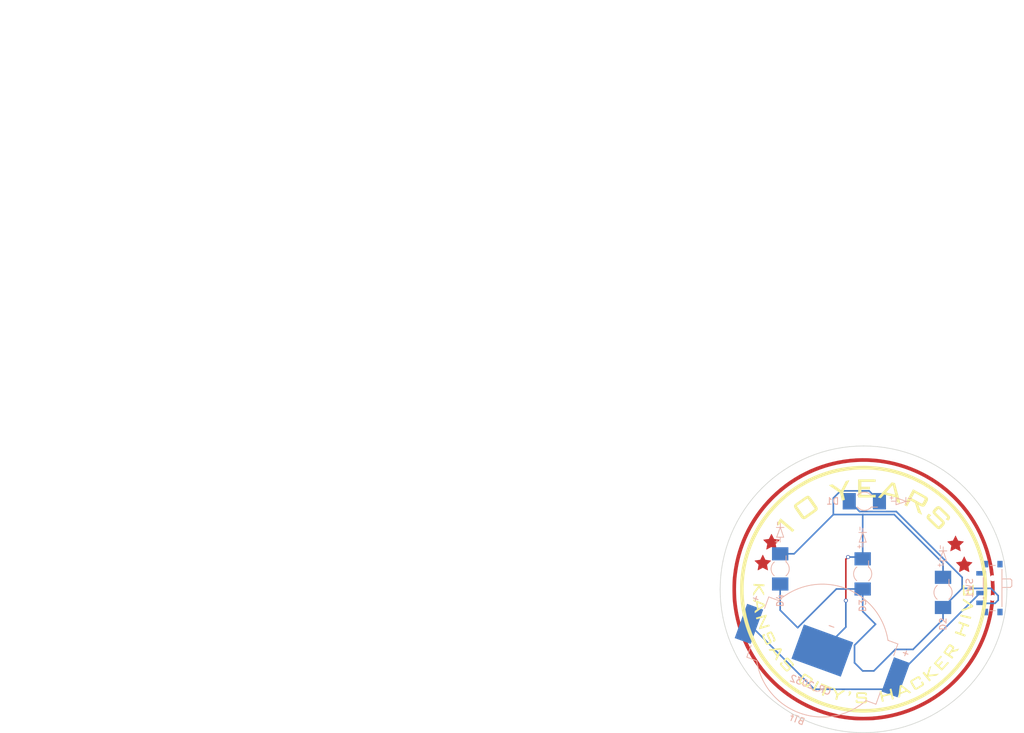
<source format=kicad_pcb>
(kicad_pcb (version 20211014) (generator pcbnew)
  (layers (0 "F.Cu" signal) (31 "B.Cu" signal) (34 "B.Paste" user) (35 "F.Paste" user) (36 "B.SilkS" user "B.Silkscreen") (37 "F.SilkS" user "F.Silkscreen") (38 "B.Mask" user) (39 "F.Mask" user) (44 "Edge.Cuts" user))
  (net 0 "")
  (net 1 "GND")
  (net 2 "Net-(BT1-Pad1)")
  (net 3 "Net-(D1-Pad2)")
  (footprint "LOGO" (layer "F.Cu") (at 16.2814 14.8336)
    (fp_text reference "G***" hide)
    (fp_text value "LOGO" hide)
  )
  (footprint "LOGO" (layer "F.Cu") (at 119.6214 77.6175)
    (fp_text reference "G***" hide)
    (fp_text value "LOGO" hide)
  )
  (footprint "BadgePirates:LED_Osram_Lx_P47F_D2mm_ReverseMount_Proper_Mask Only" (layer "F.Cu") (at 157.1752 103.6828 90)
    (fp_text reference "D2" (at -4.826 0 90) (layer "B.SilkS"))
    (fp_text value "LED")
    (pad "1" smd rect (at 2.3 0 90) (size 2 2.5) (layers "B.Cu") (net 1 "GND"))
    (pad "2" smd rect (at -2.3 0 90) (size 2 2.5) (layers "B.Cu") (net 3 "Net-(D1-Pad2)"))
  )
  (footprint "LOGO" (layer "F.Cu") (at 119.6214 77.6175)
    (fp_text reference "G***" hide)
    (fp_text value "LOGO" hide)
  )
  (footprint "LOGO" (layer "F.Cu") (at 119.6214 77.6175)
    (fp_text reference "G***" hide)
    (fp_text value "LOGO" hide)
  )
  (footprint "LOGO" (layer "F.Cu") (at 16.2814 14.8336)
    (fp_text reference "G***" hide)
    (fp_text value "LOGO" hide)
  )
  (footprint "BadgePirates:LED_Osram_Lx_P47F_D2mm_ReverseMount_Proper_Mask Only" (layer "F.Cu") (at 145.1864 89.789)
    (fp_text reference "D1" (at -4.826 0) (layer "B.SilkS") (effects (justify mirror)))
    (fp_text value "LED")
    (pad "1" smd rect (at 2.3 0) (size 2 2.5) (layers "B.Cu") (net 1 "GND"))
    (pad "2" smd rect (at -2.3 0) (size 2 2.5) (layers "B.Cu") (net 3 "Net-(D1-Pad2)"))
  )
  (footprint "BadgePirates:LED_Osram_Lx_P47F_D2mm_ReverseMount_Proper_Mask Only" (layer "F.Cu") (at 144.9324 100.8634 90)
    (fp_text reference "D3" (at -4.826 0 90) (layer "B.SilkS"))
    (fp_text value "LED")
    (pad "1" smd rect (at 2.3 0 90) (size 2 2.5) (layers "B.Cu") (net 1 "GND"))
    (pad "2" smd rect (at -2.3 0 90) (size 2 2.5) (layers "B.Cu") (net 3 "Net-(D1-Pad2)"))
  )
  (footprint "LOGO" (layer "F.Cu") (at 119.6214 77.6175)
    (fp_text reference "G***" hide)
    (fp_text value "LOGO" hide)
    (fp_poly (pts (xy 10.105244 20.338704) (xy 10.133746 20.389581) (xy 10.174436 20.467336) (xy 10.224349 20.566275) (xy 10.280522 20.680707) (xy 10.294279 20.709164) (xy 10.481474 21.097535) (xy 10.913404 21.157643) (xy 11.042906 21.17629) (xy 11.15689 21.193901) (xy 11.249163 21.209418) (xy 11.313533 21.221786) (xy 11.343808 21.229948) (xy 11.345334 21.231301) (xy 11.330891 21.249535) (xy 11.290572 21.292624) (xy 11.228887 21.355949) (xy 11.150351 21.434892) (xy 11.059474 21.524835) (xy 11.036501 21.547376) (xy 10.727669 21.849901) (xy 10.801518 22.275576) (xy 10.823476 22.404211) (xy 10.842201 22.517919) (xy 10.856711 22.610391) (xy 10.866024 22.675321) (xy 10.869157 22.706401) (xy 10.868877 22.708126) (xy 10.849107 22.700787) (xy 10.797623 22.676341) (xy 10.720056 22.637612) (xy 10.62204 22.587424) (xy 10.509208 22.528602) (xy 10.477703 22.512012) (xy 10.093018 22.309021) (xy 9.703176 22.511939) (xy 9.569553 22.580864) (xy 9.468915 22.631098) (xy 9.397161 22.664371) (xy 9.350194 22.682415) (xy 9.323915 22.686959) (xy 9.314227 22.679734) (xy 9.313916 22.676303) (xy 9.317634 22.644015) (xy 9.327629 22.57728) (xy 9.342739 22.483327) (xy 9.3618 22.369384) (xy 9.383648 22.24268) (xy 9.384248 22.239252) (xy 9.453997 21.840753) (xy 9.139232 21.537337) (xy 9.045909 21.446174) (xy 8.965204 21.365012) (xy 8.901346 21.298301) (xy 8.858567 21.250493) (xy 8.841099 21.22604) (xy 8.841359 21.22396) (xy 8.866604 21.218096) (xy 8.927191 21.207539) (xy 9.016518 21.193333) (xy 9.127982 21.176521) (xy 9.254983 21.158148) (xy 9.279758 21.154647) (xy 9.701265 21.095296) (xy 9.888983 20.707648) (xy 9.946371 20.590628) (xy 9.998169 20.487817) (xy 10.041405 20.40489) (xy 10.073103 20.347523) (xy 10.090291 20.321392) (xy 10.091892 20.320397) (xy 10.105244 20.338704)) (layer "F.Cu") (width 0.01) (fill solid))
    (fp_poly (pts (xy 11.424994 17.163233) (xy 11.453376 17.213804) (xy 11.49416 17.291195) (xy 11.544376 17.389741) (xy 11.601051 17.503777) (xy 11.614986 17.53221) (xy 11.804249 17.919421) (xy 12.215083 17.977895) (xy 12.343539 17.996454) (xy 12.458592 18.013597) (xy 12.553287 18.028247) (xy 12.620674 18.039324) (xy 12.6538 18.045752) (xy 12.654988 18.046107) (xy 12.65056 18.063535) (xy 12.616481 18.106996) (xy 12.5547 18.174354) (xy 12.467168 18.263474) (xy 12.366635 18.361823) (xy 12.049211 18.667802) (xy 12.120213 19.075859) (xy 12.142192 19.203453) (xy 12.161445 19.317659) (xy 12.176844 19.411577) (xy 12.187257 19.478306) (xy 12.191557 19.510946) (xy 12.191607 19.51208) (xy 12.173849 19.512205) (xy 12.122651 19.493309) (xy 12.041552 19.456978) (xy 11.934089 19.404799) (xy 11.803802 19.338357) (xy 11.801954 19.337396) (xy 11.411907 19.134548) (xy 11.029044 19.335691) (xy 10.912994 19.396366) (xy 10.809914 19.449702) (xy 10.725571 19.492759) (xy 10.665737 19.522599) (xy 10.63618 19.536281) (xy 10.634242 19.536834) (xy 10.629412 19.519043) (xy 10.634544 19.478625) (xy 10.642053 19.439131) (xy 10.655225 19.365997) (xy 10.67263 19.26732) (xy 10.692838 19.151197) (xy 10.710232 19.050179) (xy 10.77368 18.679942) (xy 10.462562 18.368305) (xy 10.370213 18.274995) (xy 10.289678 18.192072) (xy 10.225207 18.124041) (xy 10.181051 18.07541) (xy 10.161462 18.050686) (xy 10.161014 18.048602) (xy 10.183941 18.043385) (xy 10.242407 18.033484) (xy 10.330001 18.019887) (xy 10.440309 18.003583) (xy 10.566921 17.98556) (xy 10.597507 17.981299) (xy 11.024431 17.922062) (xy 11.211341 17.533679) (xy 11.268394 17.416456) (xy 11.319771 17.31341) (xy 11.362536 17.230227) (xy 11.39375 17.172595) (xy 11.410476 17.146202) (xy 11.411987 17.145148) (xy 11.424994 17.163233)) (layer "F.Cu") (width 0.01) (fill solid))
    (fp_poly (pts (xy 39.648038 17.769417) (xy 39.705231 17.886444) (xy 39.755959 17.990638) (xy 39.797304 18.075972) (xy 39.826349 18.136421) (xy 39.840175 18.165959) (xy 39.840816 18.16751) (xy 39.862695 18.175534) (xy 39.920214 18.188126) (xy 40.007064 18.204141) (xy 40.116937 18.222435) (xy 40.243527 18.241862) (xy 40.278963 18.247039) (xy 40.408992 18.266144) (xy 40.524095 18.283642) (xy 40.617942 18.298523) (xy 40.684201 18.309776) (xy 40.716543 18.316391) (xy 40.718625 18.317236) (xy 40.706427 18.333498) (xy 40.667913 18.374505) (xy 40.607456 18.435842) (xy 40.529426 18.513091) (xy 40.438196 18.601839) (xy 40.409201 18.629762) (xy 40.092015 18.934526) (xy 40.164386 19.346805) (xy 40.190175 19.49369) (xy 40.2094 19.604065) (xy 40.222728 19.683133) (xy 40.230827 19.736096) (xy 40.234364 19.768155) (xy 40.234005 19.784512) (xy 40.230418 19.790369) (xy 40.22427 19.790928) (xy 40.221331 19.790834) (xy 40.198294 19.781408) (xy 40.143908 19.755156) (xy 40.064209 19.715112) (xy 39.965232 19.664314) (xy 39.853012 19.605796) (xy 39.842619 19.600334) (xy 39.729031 19.541191) (xy 39.627632 19.489526) (xy 39.544588 19.448389) (xy 39.486064 19.42083) (xy 39.458228 19.409898) (xy 39.457505 19.409834) (xy 39.432415 19.419266) (xy 39.37611 19.445539) (xy 39.294754 19.485611) (xy 39.194506 19.536444) (xy 39.08153 19.594997) (xy 39.071345 19.600334) (xy 38.935112 19.671365) (xy 38.832067 19.724004) (xy 38.758221 19.7601) (xy 38.709581 19.781503) (xy 38.682156 19.790061) (xy 38.671954 19.787624) (xy 38.671627 19.785542) (xy 38.675176 19.764079) (xy 38.685011 19.707228) (xy 38.700031 19.621282) (xy 38.719134 19.512538) (xy 38.741221 19.387289) (xy 38.746588 19.356917) (xy 38.821422 18.933584) (xy 38.508355 18.633704) (xy 38.41493 18.542942) (xy 38.333981 18.46185) (xy 38.269827 18.394962) (xy 38.226786 18.346807) (xy 38.209174 18.321918) (xy 38.209289 18.319822) (xy 38.233638 18.312639) (xy 38.293339 18.300803) (xy 38.381806 18.285449) (xy 38.492457 18.26771) (xy 38.618706 18.248722) (xy 38.63975 18.245667) (xy 38.767226 18.226964) (xy 38.879574 18.209928) (xy 38.97037 18.195577) (xy 39.03319 18.184932) (xy 39.061611 18.179013) (xy 39.062561 18.178548) (xy 39.073526 18.158386) (xy 39.10051 18.106061) (xy 39.140613 18.027282) (xy 39.190931 17.927755) (xy 39.248563 17.813188) (xy 39.26521 17.78) (xy 39.461508 17.388417) (xy 39.648038 17.769417)) (layer "F.Cu") (width 0.01) (fill solid))
    (fp_poly (pts (xy 40.977144 20.959378) (xy 41.041905 21.092007) (xy 41.091592 21.191422) (xy 41.129392 21.262601) (xy 41.158493 21.310522) (xy 41.182083 21.340162) (xy 41.203349 21.356499) (xy 41.225481 21.364512) (xy 41.2382 21.367008) (xy 41.281745 21.373972) (xy 41.358558 21.385805) (xy 41.460025 21.401198) (xy 41.577533 21.418844) (xy 41.665321 21.431923) (xy 41.783186 21.449728) (xy 41.885514 21.465762) (xy 41.965366 21.478891) (xy 42.0158 21.487979) (xy 42.030297 21.491574) (xy 42.017937 21.507678) (xy 41.979744 21.548989) (xy 41.920051 21.611018) (xy 41.843195 21.689277) (xy 41.753509 21.779276) (xy 41.727019 21.80564) (xy 41.417336 22.113301) (xy 41.490546 22.539567) (xy 41.511689 22.667715) (xy 41.528633 22.780443) (xy 41.540588 22.871589) (xy 41.546764 22.934989) (xy 41.546374 22.96448) (xy 41.54512 22.965834) (xy 41.521395 22.956417) (xy 41.466352 22.930188) (xy 41.386065 22.890177) (xy 41.286609 22.839418) (xy 41.17406 22.780941) (xy 41.163364 22.775334) (xy 41.049839 22.716289) (xy 40.948764 22.66469) (xy 40.866236 22.623572) (xy 40.808353 22.595968) (xy 40.781214 22.584913) (xy 40.780489 22.584834) (xy 40.756396 22.594212) (xy 40.700954 22.620339) (xy 40.620253 22.660202) (xy 40.520382 22.710789) (xy 40.407431 22.769086) (xy 40.39544 22.775334) (xy 40.282038 22.83415) (xy 40.181674 22.885594) (xy 40.100291 22.926667) (xy 40.043834 22.954373) (xy 40.018249 22.965714) (xy 40.017573 22.965834) (xy 40.005612 22.948952) (xy 40.004616 22.939375) (xy 40.007925 22.911015) (xy 40.017362 22.847917) (xy 40.031819 22.757053) (xy 40.050185 22.645394) (xy 40.07135 22.519912) (xy 40.072176 22.515073) (xy 40.14012 22.117229) (xy 39.824116 21.800698) (xy 39.731343 21.707175) (xy 39.650576 21.624611) (xy 39.585961 21.557338) (xy 39.541642 21.50969) (xy 39.521761 21.485998) (xy 39.521357 21.484167) (xy 39.548427 21.481249) (xy 39.609247 21.473272) (xy 39.695692 21.461404) (xy 39.799639 21.44681) (xy 39.912964 21.430658) (xy 40.027542 21.414114) (xy 40.135251 21.398345) (xy 40.227966 21.384517) (xy 40.297563 21.373797) (xy 40.335918 21.367351) (xy 40.338481 21.366824) (xy 40.359269 21.355125) (xy 40.385291 21.325611) (xy 40.419095 21.274081) (xy 40.46323 21.196335) (xy 40.520244 21.088175) (xy 40.585425 20.959862) (xy 40.784639 20.563417) (xy 40.977144 20.959378)) (layer "F.Cu") (width 0.01) (fill solid))
    (fp_poly (pts (xy 26.102171 5.626179) (xy 27.005436 5.678051) (xy 27.52725 5.727196) (xy 28.440109 5.846547) (xy 29.342305 6.006373) (xy 30.232664 6.206042) (xy 31.110012 6.444921) (xy 31.973176 6.722377) (xy 32.820981 7.037776) (xy 33.652254 7.390487) (xy 34.465821 7.779876) (xy 35.260509 8.20531) (xy 36.035143 8.666157) (xy 36.788549 9.161783) (xy 37.519554 9.691555) (xy 38.226985 10.254841) (xy 38.909666 10.851008) (xy 39.566424 11.479422) (xy 40.196087 12.139451) (xy 40.797478 12.830462) (xy 40.87488 12.92419) (xy 41.440611 13.646762) (xy 41.971876 14.393543) (xy 42.467957 15.163192) (xy 42.928138 15.954363) (xy 43.351704 16.765715) (xy 43.737938 17.595904) (xy 44.086123 18.443586) (xy 44.395544 19.307419) (xy 44.567491 19.850144) (xy 44.812287 20.73565) (xy 45.015628 21.628428) (xy 45.177497 22.527154) (xy 45.297878 23.430503) (xy 45.376754 24.337153) (xy 45.414109 25.245779) (xy 45.409927 26.155057) (xy 45.36419 27.063664) (xy 45.276884 27.970276) (xy 45.147991 28.873568) (xy 44.977495 29.772218) (xy 44.76538 30.664901) (xy 44.704264 30.89275) (xy 44.441971 31.769055) (xy 44.141256 32.6286) (xy 43.803014 33.470318) (xy 43.428137 34.293143) (xy 43.017522 35.096009) (xy 42.572063 35.877849) (xy 42.092653 36.637598) (xy 41.580187 37.374187) (xy 41.035561 38.086552) (xy 40.459667 38.773625) (xy 39.853402 39.434341) (xy 39.217659 40.067633) (xy 38.553332 40.672434) (xy 37.861317 41.247679) (xy 37.142507 41.7923) (xy 36.397797 42.305232) (xy 35.628082 42.785407) (xy 34.834256 43.231761) (xy 34.017214 43.643225) (xy 34.00425 43.64938) (xy 33.178095 44.019165) (xy 32.341949 44.349257) (xy 31.494283 44.640061) (xy 30.633566 44.891981) (xy 29.75827 45.105421) (xy 28.866863 45.280787) (xy 27.957818 45.418484) (xy 27.029603 45.518914) (xy 26.89225 45.530495) (xy 26.795034 45.536512) (xy 26.661301 45.542009) (xy 26.496865 45.546943) (xy 26.307541 45.551272) (xy 26.099142 45.554954) (xy 25.877482 45.557947) (xy 25.648376 45.560208) (xy 25.417637 45.561695) (xy 25.191079 45.562366) (xy 24.974516 45.562179) (xy 24.773762 45.561091) (xy 24.594632 45.55906) (xy 24.442939 45.556045) (xy 24.324497 45.552001) (xy 24.278167 45.549491) (xy 23.38133 45.473495) (xy 22.506132 45.363149) (xy 21.648233 45.217525) (xy 20.803292 45.035696) (xy 19.966968 44.816735) (xy 19.13492 44.559716) (xy 18.362084 44.28607) (xy 17.546129 43.957597) (xy 16.740508 43.589488) (xy 15.948341 43.183676) (xy 15.172746 42.742094) (xy 14.416845 42.266674) (xy 13.683755 41.759349) (xy 12.976597 41.222053) (xy 12.298491 40.656718) (xy 11.847245 40.249508) (xy 11.723645 40.132311) (xy 11.580937 39.993753) (xy 11.425357 39.840153) (xy 11.263142 39.677826) (xy 11.100528 39.51309) (xy 10.943751 39.352261) (xy 10.799046 39.201658) (xy 10.672649 39.067597) (xy 10.571564 38.95725) (xy 9.973562 38.25868) (xy 9.409931 37.536059) (xy 8.881254 36.790639) (xy 8.388115 36.023674) (xy 7.931098 35.236416) (xy 7.510787 34.430117) (xy 7.127766 33.606028) (xy 6.782618 32.765404) (xy 6.475928 31.909495) (xy 6.208279 31.039555) (xy 5.980255 30.156835) (xy 5.792441 29.262589) (xy 5.652097 28.405667) (xy 5.612318 28.116094) (xy 5.578569 27.849651) (xy 5.550399 27.599327) (xy 5.52736 27.358111) (xy 5.509002 27.11899) (xy 5.494875 26.874954) (xy 5.484529 26.618991) (xy 5.477516 26.344089) (xy 5.473385 26.043237) (xy 5.471687 25.709423) (xy 5.471638 25.651711) (xy 6.007654 25.651711) (xy 6.019248 26.28822) (xy 6.04976 26.917772) (xy 6.087004 27.40025) (xy 6.187955 28.280183) (xy 6.330536 29.156293) (xy 6.514083 30.026555) (xy 6.737932 30.888944) (xy 7.001419 31.741437) (xy 7.303879 32.582007) (xy 7.644648 33.408632) (xy 8.023062 34.219286) (xy 8.438456 35.011944) (xy 8.777834 35.600013) (xy 9.233384 36.323208) (xy 9.713913 37.017246) (xy 10.222661 37.686177) (xy 10.762867 38.33405) (xy 11.33777 38.964914) (xy 11.950608 39.582819) (xy 12.006725 39.636963) (xy 12.664688 40.240393) (xy 13.348801 40.81117) (xy 14.057547 41.34866) (xy 14.789412 41.852227) (xy 15.542878 42.321237) (xy 16.31643 42.755057) (xy 17.108551 43.153051) (xy 17.917726 43.514586) (xy 18.742439 43.839028) (xy 19.581174 44.125741) (xy 20.432414 44.374091) (xy 21.294644 44.583445) (xy 22.166348 44.753168) (xy 23.046009 44.882625) (xy 23.932113 44.971183) (xy 24.823141 45.018206) (xy 24.870834 45.019537) (xy 25.026529 45.023311) (xy 25.17601 45.026243) (xy 25.311595 45.028235) (xy 25.425605 45.02919) (xy 25.510358 45.02901) (xy 25.548167 45.028157) (xy 25.611479 45.025895) (xy 25.708282 45.022926) (xy 25.829746 45.019497) (xy 25.96704 45.015855) (xy 26.111331 45.012249) (xy 26.140834 45.01154) (xy 26.730311 44.985723) (xy 27.343198 44.936395) (xy 27.968453 44.864645) (xy 28.595033 44.771565) (xy 28.627917 44.766083) (xy 29.517885 44.595646) (xy 30.395226 44.385191) (xy 31.258762 44.135421) (xy 32.107313 43.84704) (xy 32.9397 43.520754) (xy 33.754745 43.157266) (xy 34.551267 42.75728) (xy 35.328089 42.321501) (xy 36.08403 41.850634) (xy 36.817913 41.345382) (xy 37.528557 40.806449) (xy 38.214785 40.234541) (xy 38.875416 39.630361) (xy 39.509272 38.994614) (xy 40.115174 38.328003) (xy 40.691942 37.631234) (xy 40.797166 37.49675) (xy 41.328842 36.776719) (xy 41.82768 36.030731) (xy 42.292464 35.260975) (xy 42.721975 34.469641) (xy 43.114998 33.65892) (xy 43.470313 32.831001) (xy 43.652844 32.359388) (xy 43.946704 31.509181) (xy 44.200317 30.64695) (xy 44.413482 29.774387) (xy 44.586001 28.893183) (xy 44.717674 28.005029) (xy 44.808304 27.111618) (xy 44.857692 26.214641) (xy 44.865638 25.31579) (xy 44.831944 24.416756) (xy 44.756411 23.51923) (xy 44.7244 23.241) (xy 44.594257 22.350531) (xy 44.423024 21.467393) (xy 44.211333 20.593487) (xy 43.959817 19.73072) (xy 43.669108 18.880994) (xy 43.339838 18.046213) (xy 42.972639 17.228282) (xy 42.568143 16.429104) (xy 42.304206 15.953108) (xy 41.835816 15.178149) (xy 41.33505 14.429694) (xy 40.803036 13.708491) (xy 40.240903 13.015292) (xy 39.649779 12.350847) (xy 39.030794 11.715906) (xy 38.385075 11.111219) (xy 37.713753 10.537536) (xy 37.017955 9.995607) (xy 36.298811 9.486183) (xy 35.55745 9.010014) (xy 34.794999 8.56785) (xy 34.012589 8.160442) (xy 33.211348 7.788538) (xy 32.392404 7.45289) (xy 31.556886 7.154248) (xy 30.705924 6.893362) (xy 29.840646 6.670983) (xy 28.962181 6.487859) (xy 28.071658 6.344742) (xy 27.791834 6.308434) (xy 26.891086 6.219206) (xy 25.991726 6.172273) (xy 25.093431 6.167641) (xy 24.195876 6.205318) (xy 23.29874 6.285311) (xy 22.401699 6.407627) (xy 22.235584 6.434921) (xy 21.342371 6.606814) (xy 20.462079 6.818746) (xy 19.595805 7.070146) (xy 18.744643 7.360442) (xy 17.90969 7.689064) (xy 17.092042 8.055442) (xy 16.292793 8.459003) (xy 15.51304 8.899177) (xy 14.753878 9.375393) (xy 14.016402 9.88708) (xy 13.30171 10.433667) (xy 12.610895 11.014584) (xy 11.945054 11.629258) (xy 11.588164 11.983262) (xy 10.96527 12.646945) (xy 10.376619 13.335118) (xy 9.822709 14.046706) (xy 9.304042 14.780635) (xy 8.821116 15.535831) (xy 8.374432 16.311217) (xy 7.964489 17.105721) (xy 7.591788 17.918267) (xy 7.256827 18.74778) (xy 6.960108 19.593186) (xy 6.702129 20.45341) (xy 6.483391 21.327378) (xy 6.304393 22.214015) (xy 6.165635 23.112246) (xy 6.086395 23.8125) (xy 6.041225 24.402645) (xy 6.014979 25.01945) (xy 6.007654 25.651711) (xy 5.471638 25.651711) (xy 5.471584 25.5905) (xy 5.471914 25.309975) (xy 5.473114 25.065334) (xy 5.475493 24.85013) (xy 5.479363 24.657918) (xy 5.485036 24.48225) (xy 5.492822 24.316682) (xy 5.503033 24.154767) (xy 5.51598 23.990059) (xy 5.531974 23.816111) (xy 5.551326 23.626479) (xy 5.574347 23.414715) (xy 5.578366 23.378584) (xy 5.700876 22.468438) (xy 5.863899 21.569333) (xy 6.066795 20.68239) (xy 6.308922 19.808731) (xy 6.589638 18.949478) (xy 6.908303 18.105754) (xy 7.264274 17.278679) (xy 7.65691 16.469376) (xy 8.08557 15.678968) (xy 8.549613 14.908575) (xy 9.048397 14.159321) (xy 9.58128 13.432327) (xy 10.147622 12.728715) (xy 10.746781 12.049608) (xy 11.378115 11.396126) (xy 12.040983 10.769393) (xy 12.734744 10.17053) (xy 13.451417 9.606174) (xy 14.188871 9.07804) (xy 14.948086 8.585622) (xy 15.727532 8.129341) (xy 16.525679 7.709621) (xy 17.340999 7.326882) (xy 18.171962 6.981545) (xy 19.017038 6.674032) (xy 19.874697 6.404765) (xy 20.74341 6.174165) (xy 21.621648 5.982654) (xy 22.507881 5.830653) (xy 23.400579 5.718583) (xy 24.298213 5.646867) (xy 25.199254 5.615925) (xy 26.102171 5.626179)) (layer "F.Cu") (width 0.01) (fill solid))
  )
  (footprint "LOGO" (layer "F.Cu") (at 16.2814 14.8336)
    (fp_text reference "G***" hide)
    (fp_text value "LOGO" hide)
  )
  (footprint "BadgePirates:LED_Osram_Lx_P47F_D2mm_ReverseMount_Proper_Mask Only" (layer "F.Cu") (at 132.3594 100.1014 90)
    (fp_text reference "D4" (at -4.826 0 90) (layer "B.SilkS"))
    (fp_text value "LED")
    (pad "1" smd rect (at 2.3 0 90) (size 2 2.5) (layers "B.Cu") (net 1 "GND"))
    (pad "2" smd rect (at -2.3 0 90) (size 2 2.5) (layers "B.Cu") (net 3 "Net-(D1-Pad2)"))
  )
  (footprint "BadgePirates:SW_SPDT_PCM12" (layer "B.Cu") (at 164.4218 103.0224 -90)
    (fp_text reference "SW1" (at 0 3.2 90) (layer "B.SilkS") (effects (justify mirror)))
    (fp_text value "SW_SPDT")
    (pad "" smd rect locked (at -3.65 -1.43 270) (size 1 0.8) (layers "B.Cu" "B.Paste" "B.Mask"))
    (pad "" smd rect locked (at -3.65 0.78 270) (size 1 0.8) (layers "B.Cu" "B.Paste" "B.Mask"))
    (pad "" smd rect locked (at 3.65 0.78 270) (size 1 0.8) (layers "B.Cu" "B.Paste" "B.Mask"))
    (pad "" np_thru_hole circle locked (at -1.5 -0.33 270) (size 0.9 0.9) (drill 0.9) (layers *.Cu *.Mask))
    (pad "" np_thru_hole circle locked (at 1.5 -0.33 270) (size 0.9 0.9) (drill 0.9) (layers *.Cu *.Mask))
    (pad "" smd rect locked (at 3.65 -1.43 270) (size 1 0.8) (layers "B.Cu" "B.Paste" "B.Mask"))
    (pad "1" smd rect locked (at -2.25 1.43 270) (size 0.7 1.5) (layers "B.Cu" "B.Paste" "B.Mask"))
    (pad "2" smd rect locked (at 0.75 1.43 270) (size 0.7 1.5) (layers "B.Cu" "B.Paste" "B.Mask") (net 2 "Net-(BT1-Pad1)"))
    (pad "3" smd rect locked (at 2.25 1.43 270) (size 0.7 1.5) (layers "B.Cu" "B.Paste" "B.Mask") (net 3 "Net-(D1-Pad2)"))
  )
  (footprint "BadgePirates:BatteryHolder_MPD_BC2003_1x2032" (layer "B.Cu") (at 138.7856 112.5474 -20)
    (fp_text reference "BTf" (at 0 11.2 160) (layer "B.SilkS") (effects (justify mirror)))
    (fp_text value "Battery_Cell")
    (fp_text user "CR_2032" (at 0.1016 5.5626 160) (layer "B.SilkS") (effects (justify mirror)))
    (fp_text user "+" (at 12.065 -4.0132 160) (layer "B.SilkS") (effects (justify mirror)))
    (fp_text user "-" (at 0.0508 -4.0132 160) (layer "B.SilkS") (effects (justify mirror)))
    (fp_text user "+" (at -12.2428 -4.0132 160) (layer "B.SilkS") (effects (justify mirror)))
    (pad "1" smd rect locked (at -11.905 0 340) (size 2.6 5.56) (layers "B.Cu" "B.Paste" "B.Mask") (net 2 "Net-(BT1-Pad1)"))
    (pad "1" smd rect locked (at 11.905 0 340) (size 2.6 5.56) (layers "B.Cu" "B.Paste" "B.Mask") (net 2 "Net-(BT1-Pad1)"))
    (pad "2" smd rect locked (at 0 0 340) (size 8 5.56) (layers "B.Cu" "B.Paste" "B.Mask") (net 1 "GND"))
  )
  (gr_line (start 137.6932 123.7842) (end 136.6989 123.4005) (layer "Edge.Cuts") (width 0.1))
  (gr_line (start 123.6365 98.9352) (end 123.8717 97.8921) (layer "Edge.Cuts") (width 0.1))
  (gr_line (start 131.2139 86.3182) (end 132.0619 85.6576) (layer "Edge.Cuts") (width 0.1))
  (gr_line (start 124.4921 110.5831) (end 124.1572 109.5708) (layer "Edge.Cuts") (width 0.1))
  (gr_line (start 146.1425 125.0366) (end 145.0592 125.0634) (layer "Edge.Cuts") (width 0.1))
  (gr_line (start 161.9581 89.3718) (end 162.6187 90.2199) (layer "Edge.Cuts") (width 0.1))
  (gr_line (start 153.4194 123.4005) (end 152.4252 123.7842) (layer "Edge.Cuts") (width 0.1))
  (gr_line (start 123.2397 102.1338) (end 123.3198 101.0579) (layer "Edge.Cuts") (width 0.1))
  (gr_line (start 139.7341 82.0297) (end 140.7773 81.7944) (layer "Edge.Cuts") (width 0.1))
  (gr_line (start 126.8833 91.0968) (end 127.4996 90.2199) (layer "Edge.Cuts") (width 0.1))
  (gr_line (start 150.3842 82.0297) (end 151.4128 82.3151) (layer "Edge.Cuts") (width 0.1))
  (gr_line (start 165.2425 111.5773) (end 164.8108 112.5517) (layer "Edge.Cuts") (width 0.1))
  (gr_line (start 166.2466 97.8921) (end 166.4818 98.9352) (layer "Edge.Cuts") (width 0.1))
  (gr_line (start 146.1425 81.3976) (end 147.2184 81.4777) (layer "Edge.Cuts") (width 0.1))
  (gr_line (start 166.9055 103.2171) (end 166.9055 103.2171) (layer "Edge.Cuts") (width 0.1))
  (gr_line (start 149.3411 124.6398) (end 148.2852 124.824) (layer "Edge.Cuts") (width 0.1))
  (gr_line (start 147.2184 124.9565) (end 146.1425 125.0366) (layer "Edge.Cuts") (width 0.1))
  (gr_line (start 152.4252 123.7842) (end 151.4128 124.1191) (layer "Edge.Cuts") (width 0.1))
  (gr_line (start 128.8645 88.5544) (end 129.6115 87.7694) (layer "Edge.Cuts") (width 0.1))
  (gr_line (start 166.4818 107.499) (end 166.2466 108.5421) (layer "Edge.Cuts") (width 0.1))
  (gr_line (start 156.2756 121.9643) (end 155.3464 122.4898) (layer "Edge.Cuts") (width 0.1))
  (gr_line (start 140.7773 124.6398) (end 139.7341 124.4045) (layer "Edge.Cuts") (width 0.1))
  (gr_line (start 124.4921 95.8511) (end 124.8758 94.8569) (layer "Edge.Cuts") (width 0.1))
  (gr_line (start 165.6262 95.8511) (end 165.9612 96.8634) (layer "Edge.Cuts") (width 0.1))
  (gr_line (start 166.9055 103.2171) (end 166.9055 103.2171) (layer "Edge.Cuts") (width 0.1))
  (gr_line (start 161.2539 88.5544) (end 161.9581 89.3718) (layer "Edge.Cuts") (width 0.1))
  (gr_line (start 123.4523 99.9911) (end 123.6365 98.9352) (layer "Edge.Cuts") (width 0.1))
  (gr_line (start 130.3965 119.4118) (end 129.6115 118.6648) (layer "Edge.Cuts") (width 0.1))
  (gr_line (start 123.3198 101.0579) (end 123.4523 99.9911) (layer "Edge.Cuts") (width 0.1))
  (gr_line (start 165.9612 109.5708) (end 165.6262 110.5831) (layer "Edge.Cuts") (width 0.1))
  (gr_line (start 148.2852 124.824) (end 147.2184 124.9565) (layer "Edge.Cuts") (width 0.1))
  (gr_line (start 151.4128 124.1191) (end 150.3842 124.4045) (layer "Edge.Cuts") (width 0.1))
  (gr_line (start 148.2852 81.6102) (end 149.3411 81.7944) (layer "Edge.Cuts") (width 0.1))
  (gr_line (start 126.8833 115.3374) (end 126.312 114.4335) (layer "Edge.Cuts") (width 0.1))
  (gr_line (start 151.4128 82.3151) (end 152.4252 82.65) (layer "Edge.Cuts") (width 0.1))
  (gr_line (start 162.6187 116.2143) (end 161.9581 117.0624) (layer "Edge.Cuts") (width 0.1))
  (gr_line (start 153.4194 83.0337) (end 154.3937 83.4655) (layer "Edge.Cuts") (width 0.1))
  (gr_line (start 154.3937 122.9688) (end 153.4194 123.4005) (layer "Edge.Cuts") (width 0.1))
  (gr_line (start 124.8758 111.5773) (end 124.4921 110.5831) (layer "Edge.Cuts") (width 0.1))
  (gr_line (start 127.4996 116.2143) (end 126.8833 115.3374) (layer "Edge.Cuts") (width 0.1))
  (gr_line (start 145.0592 125.0634) (end 143.9759 125.0366) (layer "Edge.Cuts") (width 0.1))
  (gr_line (start 137.6932 82.65) (end 138.7055 82.3151) (layer "Edge.Cuts") (width 0.1))
  (gr_line (start 132.0619 120.7766) (end 131.2139 120.116) (layer "Edge.Cuts") (width 0.1))
  (gr_line (start 154.3937 83.4655) (end 155.3464 83.9444) (layer "Edge.Cuts") (width 0.1))
  (gr_line (start 145.0592 81.3708) (end 146.1425 81.3976) (layer "Edge.Cuts") (width 0.1))
  (gr_line (start 123.2397 104.3004) (end 123.2129 103.2171) (layer "Edge.Cuts") (width 0.1))
  (gr_line (start 152.4252 82.65) (end 153.4194 83.0337) (layer "Edge.Cuts") (width 0.1))
  (gr_line (start 127.4996 90.2199) (end 128.1603 89.3718) (layer "Edge.Cuts") (width 0.1))
  (gr_line (start 133.8428 84.4699) (end 134.7719 83.9444) (layer "Edge.Cuts") (width 0.1))
  (gr_line (start 141.8331 124.824) (end 140.7773 124.6398) (layer "Edge.Cuts") (width 0.1))
  (gr_line (start 149.3411 81.7944) (end 150.3842 82.0297) (layer "Edge.Cuts") (width 0.1))
  (gr_line (start 123.2129 103.2171) (end 123.2397 102.1338) (layer "Edge.Cuts") (width 0.1))
  (gr_line (start 161.2539 117.8798) (end 160.5068 118.6648) (layer "Edge.Cuts") (width 0.1))
  (gr_line (start 132.0619 85.6576) (end 132.9388 85.0412) (layer "Edge.Cuts") (width 0.1))
  (gr_line (start 166.7986 101.0579) (end 166.8786 102.1338) (layer "Edge.Cuts") (width 0.1))
  (gr_line (start 163.235 115.3374) (end 162.6187 116.2143) (layer "Edge.Cuts") (width 0.1))
  (gr_line (start 129.6115 87.7694) (end 130.3965 87.0224) (layer "Edge.Cuts") (width 0.1))
  (gr_line (start 132.9388 121.393) (end 132.0619 120.7766) (layer "Edge.Cuts") (width 0.1))
  (gr_line (start 157.1795 121.393) (end 156.2756 121.9643) (layer "Edge.Cuts") (width 0.1))
  (gr_line (start 139.7341 124.4045) (end 138.7055 124.1191) (layer "Edge.Cuts") (width 0.1))
  (gr_line (start 135.7246 122.9688) (end 134.7719 122.4898) (layer "Edge.Cuts") (width 0.1))
  (gr_line (start 157.1795 85.0412) (end 158.0564 85.6576) (layer "Edge.Cuts") (width 0.1))
  (gr_line (start 166.8786 104.3004) (end 166.7986 105.3763) (layer "Edge.Cuts") (width 0.1))
  (gr_line (start 138.7055 124.1191) (end 137.6932 123.7842) (layer "Edge.Cuts") (width 0.1))
  (gr_line (start 163.235 91.0968) (end 163.8063 92.0007) (layer "Edge.Cuts") (width 0.1))
  (gr_line (start 135.7246 83.4655) (end 136.6989 83.0337) (layer "Edge.Cuts") (width 0.1))
  (gr_line (start 158.0564 120.7766) (end 157.1795 121.393) (layer "Edge.Cuts") (width 0.1))
  (gr_line (start 160.5068 87.7694) (end 161.2539 88.5544) (layer "Edge.Cuts") (width 0.1))
  (gr_line (start 159.7218 119.4118) (end 158.9044 120.116) (layer "Edge.Cuts") (width 0.1))
  (gr_line (start 161.9581 117.0624) (end 161.2539 117.8798) (layer "Edge.Cuts") (width 0.1))
  (gr_line (start 125.3075 112.5517) (end 124.8758 111.5773) (layer "Edge.Cuts") (width 0.1))
  (gr_line (start 123.6365 107.499) (end 123.4523 106.4431) (layer "Edge.Cuts") (width 0.1))
  (gr_line (start 166.9055 103.2171) (end 166.8786 104.3004) (layer "Edge.Cuts") (width 0.1))
  (gr_line (start 125.7865 92.9299) (end 126.312 92.0007) (layer "Edge.Cuts") (width 0.1))
  (gr_line (start 125.7865 113.5043) (end 125.3075 112.5517) (layer "Edge.Cuts") (width 0.1))
  (gr_line (start 165.9612 96.8634) (end 166.2466 97.8921) (layer "Edge.Cuts") (width 0.1))
  (gr_line (start 159.7218 87.0224) (end 160.5068 87.7694) (layer "Edge.Cuts") (width 0.1))
  (gr_line (start 123.4523 106.4431) (end 123.3198 105.3763) (layer "Edge.Cuts") (width 0.1))
  (gr_line (start 156.2756 84.4699) (end 157.1795 85.0412) (layer "Edge.Cuts") (width 0.1))
  (gr_line (start 143.9759 125.0366) (end 142.8999 124.9565) (layer "Edge.Cuts") (width 0.1))
  (gr_line (start 124.8758 94.8569) (end 125.3075 93.8825) (layer "Edge.Cuts") (width 0.1))
  (gr_line (start 136.6989 123.4005) (end 135.7246 122.9688) (layer "Edge.Cuts") (width 0.1))
  (gr_line (start 136.6989 83.0337) (end 137.6932 82.65) (layer "Edge.Cuts") (width 0.1))
  (gr_line (start 164.8108 112.5517) (end 164.3318 113.5043) (layer "Edge.Cuts") (width 0.1))
  (gr_line (start 160.5068 118.6648) (end 159.7218 119.4118) (layer "Edge.Cuts") (width 0.1))
  (gr_line (start 129.6115 118.6648) (end 128.8645 117.8798) (layer "Edge.Cuts") (width 0.1))
  (gr_line (start 164.3318 113.5043) (end 163.8063 114.4335) (layer "Edge.Cuts") (width 0.1))
  (gr_line (start 165.6262 110.5831) (end 165.2425 111.5773) (layer "Edge.Cuts") (width 0.1))
  (gr_line (start 147.2184 81.4777) (end 148.2852 81.6102) (layer "Edge.Cuts") (width 0.1))
  (gr_line (start 162.6187 90.2199) (end 163.235 91.0968) (layer "Edge.Cuts") (width 0.1))
  (gr_line (start 164.8108 93.8825) (end 165.2425 94.8569) (layer "Edge.Cuts") (width 0.1))
  (gr_line (start 166.2466 108.5421) (end 165.9612 109.5708) (layer "Edge.Cuts") (width 0.1))
  (gr_line (start 142.8999 124.9565) (end 141.8331 124.824) (layer "Edge.Cuts") (width 0.1))
  (gr_line (start 155.3464 83.9444) (end 156.2756 84.4699) (layer "Edge.Cuts") (width 0.1))
  (gr_line (start 131.2139 120.116) (end 130.3965 119.4118) (layer "Edge.Cuts") (width 0.1))
  (gr_line (start 126.312 114.4335) (end 125.7865 113.5043) (layer "Edge.Cuts") (width 0.1))
  (gr_line (start 166.8786 102.1338) (end 166.9055 103.2171) (layer "Edge.Cuts") (width 0.1))
  (gr_line (start 164.3318 92.9299) (end 164.8108 93.8825) (layer "Edge.Cuts") (width 0.1))
  (gr_line (start 124.1572 96.8634) (end 124.4921 95.8511) (layer "Edge.Cuts") (width 0.1))
  (gr_line (start 141.8331 81.6102) (end 142.8999 81.4777) (layer "Edge.Cuts") (width 0.1))
  (gr_line (start 158.9044 86.3182) (end 159.7218 87.0224) (layer "Edge.Cuts") (width 0.1))
  (gr_line (start 150.3842 124.4045) (end 149.3411 124.6398) (layer "Edge.Cuts") (width 0.1))
  (gr_line (start 166.6661 99.9911) (end 166.7986 101.0579) (layer "Edge.Cuts") (width 0.1))
  (gr_line (start 158.9044 120.116) (end 158.0564 120.7766) (layer "Edge.Cuts") (width 0.1))
  (gr_line (start 132.9388 85.0412) (end 133.8428 84.4699) (layer "Edge.Cuts") (width 0.1))
  (gr_line (start 123.8717 108.5421) (end 123.6365 107.499) (layer "Edge.Cuts") (width 0.1))
  (gr_line (start 133.8428 121.9643) (end 132.9388 121.393) (layer "Edge.Cuts") (width 0.1))
  (gr_line (start 128.8645 117.8798) (end 128.1603 117.0624) (layer "Edge.Cuts") (width 0.1))
  (gr_line (start 140.7773 81.7944) (end 141.8331 81.6102) (layer "Edge.Cuts") (width 0.1))
  (gr_line (start 155.3464 122.4898) (end 154.3937 122.9688) (layer "Edge.Cuts") (width 0.1))
  (gr_line (start 158.0564 85.6576) (end 158.9044 86.3182) (layer "Edge.Cuts") (width 0.1))
  (gr_line (start 130.3965 87.0224) (end 131.2139 86.3182) (layer "Edge.Cuts") (width 0.1))
  (gr_line (start 124.1572 109.5708) (end 123.8717 108.5421) (layer "Edge.Cuts") (width 0.1))
  (gr_line (start 165.2425 94.8569) (end 165.6262 95.8511) (layer "Edge.Cuts") (width 0.1))
  (gr_line (start 123.3198 105.3763) (end 123.2397 104.3004) (layer "Edge.Cuts") (width 0.1))
  (gr_line (start 126.312 92.0007) (end 126.8833 91.0968) (layer "Edge.Cuts") (width 0.1))
  (gr_line (start 123.8717 97.8921) (end 124.1572 96.8634) (layer "Edge.Cuts") (width 0.1))
  (gr_line (start 134.7719 83.9444) (end 135.7246 83.4655) (layer "Edge.Cuts") (width 0.1))
  (gr_line (start 142.8999 81.4777) (end 143.9759 81.3976) (layer "Edge.Cuts") (width 0.1))
  (gr_line (start 166.7986 105.3763) (end 166.6661 106.4431) (layer "Edge.Cuts") (width 0.1))
  (gr_line (start 143.9759 81.3976) (end 145.0592 81.3708) (layer "Edge.Cuts") (width 0.1))
  (gr_line (start 134.7719 122.4898) (end 133.8428 121.9643) (layer "Edge.Cuts") (width 0.1))
  (gr_line (start 125.3075 93.8825) (end 125.7865 92.9299) (layer "Edge.Cuts") (width 0.1))
  (gr_line (start 138.7055 82.3151) (end 139.7341 82.0297) (layer "Edge.Cuts") (width 0.1))
  (gr_line (start 163.8063 114.4335) (end 163.235 115.3374) (layer "Edge.Cuts") (width 0.1))
  (gr_line (start 128.1603 89.3718) (end 128.8645 88.5544) (layer "Edge.Cuts") (width 0.1))
  (gr_line (start 163.8063 92.0007) (end 164.3318 92.9299) (layer "Edge.Cuts") (width 0.1))
  (gr_line (start 166.4818 98.9352) (end 166.6661 99.9911) (layer "Edge.Cuts") (width 0.1))
  (gr_line (start 166.6661 106.4431) (end 166.4818 107.499) (layer "Edge.Cuts") (width 0.1))
  (gr_line (start 128.1603 117.0624) (end 127.4996 116.2143) (layer "Edge.Cuts") (width 0.1))
  (segment (start 142.367 98.6282) (end 142.6972 98.298) (width 0.25) (layer "F.Cu") (net 1))
  (segment (start 142.367 104.9274) (end 142.367 98.6282) (width 0.25) (layer "F.Cu") (net 1))
  (via (at 142.367 104.9274) (size 0.6) (drill 0.4) (layers "F.Cu" "B.Cu") (net 1))
  (via (at 142.6972 98.298) (size 0.6) (drill 0.4) (layers "F.Cu" "B.Cu") (net 1))
  (segment (start 134.4816 97.8014) (end 132.3594 97.8014) (width 0.25) (layer "B.Cu") (net 1))
  (segment (start 138.7856 112.5474) (end 142.367 108.966) (width 0.25) (layer "B.Cu") (net 1))
  (segment (start 140.462 89.314378) (end 141.561889 88.214489) (width 0.25) (layer "B.Cu") (net 1))
  (segment (start 144.667 98.298) (end 144.9324 98.5634) (width 0.25) (layer "B.Cu") (net 1))
  (segment (start 142.6972 98.298) (end 144.667 98.298) (width 0.25) (layer "B.Cu") (net 1))
  (segment (start 157.1752 99.2632) (end 149.733 91.821) (width 0.25) (layer "B.Cu") (net 1))
  (segment (start 144.9832 91.821) (end 140.462 91.821) (width 0.25) (layer "B.Cu") (net 1))
  (segment (start 145.911889 88.214489) (end 147.4864 89.789) (width 0.25) (layer "B.Cu") (net 1))
  (segment (start 144.9324 98.5634) (end 144.9324 91.8718) (width 0.25) (layer "B.Cu") (net 1))
  (segment (start 140.462 91.821) (end 140.462 89.314378) (width 0.25) (layer "B.Cu") (net 1))
  (segment (start 144.9324 91.8718) (end 144.9832 91.821) (width 0.25) (layer "B.Cu") (net 1))
  (segment (start 149.733 91.821) (end 144.9832 91.821) (width 0.25) (layer "B.Cu") (net 1))
  (segment (start 157.1752 101.3828) (end 157.1752 99.2632) (width 0.25) (layer "B.Cu") (net 1))
  (segment (start 141.561889 88.214489) (end 145.911889 88.214489) (width 0.25) (layer "B.Cu") (net 1))
  (segment (start 142.367 108.966) (end 142.367 104.9274) (width 0.25) (layer "B.Cu") (net 1))
  (segment (start 140.462 91.821) (end 134.4816 97.8014) (width 0.25) (layer "B.Cu") (net 1))
  (segment (start 137.563109 118.4402) (end 148.151591 118.4402) (width 0.25) (layer "B.Cu") (net 2))
  (segment (start 148.151591 118.4402) (end 149.972641 116.61915) (width 0.25) (layer "B.Cu") (net 2))
  (segment (start 149.972641 116.61915) (end 162.819391 103.7724) (width 0.25) (layer "B.Cu") (net 2))
  (segment (start 127.598559 108.47565) (end 137.563109 118.4402) (width 0.25) (layer "B.Cu") (net 2))
  (segment (start 162.819391 103.7724) (end 162.9918 103.7724) (width 0.25) (layer "B.Cu") (net 2))
  (segment (start 144.9324 103.1634) (end 140.922278 103.1634) (width 0.25) (layer "B.Cu") (net 3))
  (segment (start 144.9324 115.6462) (end 143.6878 114.4016) (width 0.25) (layer "B.Cu") (net 3))
  (segment (start 146.6342 115.6462) (end 144.9324 115.6462) (width 0.25) (layer "B.Cu") (net 3))
  (segment (start 165.5826 104.85765) (end 165.5826 104.18715) (width 0.25) (layer "B.Cu") (net 3))
  (segment (start 160.0848 101.393378) (end 150.054933 91.363511) (width 0.25) (layer "B.Cu") (net 3))
  (segment (start 165.5826 104.18715) (end 164.46865 103.0732) (width 0.25) (layer "B.Cu") (net 3))
  (segment (start 160.0848 103.0732) (end 160.0848 101.393378) (width 0.25) (layer "B.Cu") (net 3))
  (segment (start 162.9918 105.2724) (end 163.066321 105.346921) (width 0.25) (layer "B.Cu") (net 3))
  (segment (start 132.3594 106.392278) (end 132.3594 102.4014) (width 0.25) (layer "B.Cu") (net 3))
  (segment (start 143.6878 114.4016) (end 143.6878 111.7346) (width 0.25) (layer "B.Cu") (net 3))
  (segment (start 140.922278 103.1634) (end 135.0264 109.059278) (width 0.25) (layer "B.Cu") (net 3))
  (segment (start 144.460911 91.363511) (end 142.8864 89.789) (width 0.25) (layer "B.Cu") (net 3))
  (segment (start 157.1752 105.9828) (end 157.1752 107.7976) (width 0.25) (layer "B.Cu") (net 3))
  (segment (start 160.0848 103.0732) (end 157.1752 105.9828) (width 0.25) (layer "B.Cu") (net 3))
  (segment (start 146.8882 108.5342) (end 144.9324 106.5784) (width 0.25) (layer "B.Cu") (net 3))
  (segment (start 165.093329 105.346921) (end 165.5826 104.85765) (width 0.25) (layer "B.Cu") (net 3))
  (segment (start 143.6878 111.7346) (end 146.8882 108.5342) (width 0.25) (layer "B.Cu") (net 3))
  (segment (start 152.6032 112.3696) (end 149.9108 112.3696) (width 0.25) (layer "B.Cu") (net 3))
  (segment (start 149.9108 112.3696) (end 146.6342 115.6462) (width 0.25) (layer "B.Cu") (net 3))
  (segment (start 163.066321 105.346921) (end 165.093329 105.346921) (width 0.25) (layer "B.Cu") (net 3))
  (segment (start 157.1752 107.7976) (end 152.6032 112.3696) (width 0.25) (layer "B.Cu") (net 3))
  (segment (start 135.0264 109.059278) (end 132.3594 106.392278) (width 0.25) (layer "B.Cu") (net 3))
  (segment (start 144.9324 106.5784) (end 144.9324 103.1634) (width 0.25) (layer "B.Cu") (net 3))
  (segment (start 164.46865 103.0732) (end 160.0848 103.0732) (width 0.25) (layer "B.Cu") (net 3))
  (segment (start 150.054933 91.363511) (end 144.460911 91.363511) (width 0.25) (layer "B.Cu") (net 3))
)
</source>
